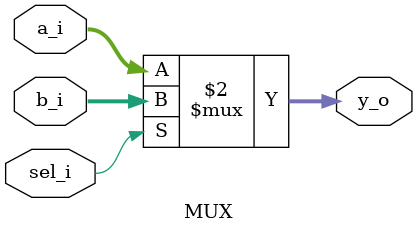
<source format=v>
module MUX (
    a_i,
    b_i,
    sel_i,
    y_o
);

input [31:0] a_i;
input [31:0] b_i;
input sel_i;
output [31:0] y_o;

assign y_o = (sel_i == 1) ? b_i : a_i;
    
endmodule
</source>
